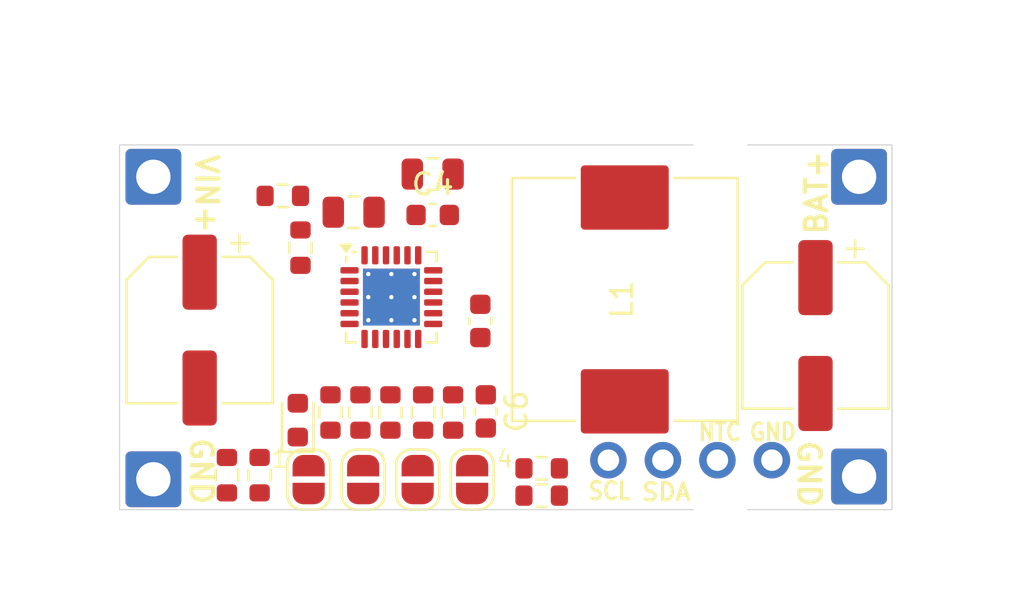
<source format=kicad_pcb>
(kicad_pcb (version 20241229) (generator "pcbnew") (generator_version "9.0")
  (layers (0 "F.Cu" signal) (2 "B.Cu" signal) (13 "F.Paste" user) (15 "B.Paste" user) (5 "F.SilkS" user "F.Silkscreen") (7 "B.SilkS" user "B.Silkscreen") (1 "F.Mask" user) (3 "B.Mask" user) (25 "Edge.Cuts" user))
  (net 0 "")
  (net 1 "/vin")
  (net 2 "GND")
  (net 3 "Net-(C3-Pad2)")
  (net 4 "Net-(U1-BST)")
  (net 5 "Net-(C4-Pad1)")
  (net 6 "/vbat")
  (net 7 "Net-(D1-A)")
  (net 8 "Net-(JP1-A)")
  (net 9 "Net-(JP1-B)")
  (net 10 "Net-(JP2-B)")
  (net 11 "Net-(JP3-B)")
  (net 12 "Net-(JP4-B)")
  (net 13 "Net-(U1-LED)")
  (net 14 "Net-(U1-IADP)")
  (net 15 "Net-(U1-ICHG)")
  (net 16 "Net-(U1-VINSEN)")
  (net 17 "/sda")
  (net 18 "Net-(U1-NC-Pad5)")
  (net 19 "/scl")
  (net 20 "/sdl")
  (net 21 "/ntc")
  (footprint "Resistor_SMD:R_0603_1608Metric" (layer "F.Cu") (at 143.002 100.394 -90)
    (property "Reference" "RICHG1" (hide yes))
    (property "Value" "75k")
    (fp_line (start -0.237258 0.5225) (end 0.237258 0.5225) (stroke (width 0.12)) (layer "F.SilkS"))
    (fp_line (start -0.237258 -0.5225) (end 0.237258 -0.5225) (stroke (width 0.12)) (layer "F.SilkS"))
    (pad "1" smd roundrect (at -0.825 0 270) (size 0.8 0.95) (layers "F.Cu" "F.Mask" "F.Paste") (net 15 "Net-(U1-ICHG)"))
    (pad "2" smd roundrect (at 0.825 0 270) (size 0.8 0.95) (layers "F.Cu" "F.Mask" "F.Paste") (net 2 "GND"))
  )
  (footprint "Connector_Wire:SolderWire-0.75sqmm_1x01_D1.25mm_OD2.3mm" (layer "F.Cu") (at 139.573 86.487)
    (property "Reference" "J1" (hide yes))
    (property "Value" "~")
    (pad "1" thru_hole roundrect (at 0 0) (size 2.6 2.6) (drill 1.6) (layers "*.Cu" "*.Mask") (roundrect_rratio 0.096154) (net 1 "/vin"))
  )
  (footprint "Capacitor_SMD:CP_Elec_6.3x7.7" (layer "F.Cu") (at 170.434 93.886 -90)
    (property "Reference" "C7" (hide yes))
    (property "Value" "100u/25V")
    (fp_line (start -2.345563 3.41) (end 3.41 3.41) (stroke (width 0.12)) (layer "F.SilkS"))
    (fp_line (start 3.41 3.41) (end 3.41 1.06) (stroke (width 0.12)) (layer "F.SilkS"))
    (fp_line (start -3.41 2.345563) (end -2.345563 3.41) (stroke (width 0.12)) (layer "F.SilkS"))
    (fp_line (start -3.41 2.345563) (end -3.41 1.06) (stroke (width 0.12)) (layer "F.SilkS"))
    (fp_line (start -4.4375 -1.8475) (end -3.65 -1.8475) (stroke (width 0.12)) (layer "F.SilkS"))
    (fp_line (start -4.04375 -2.24125) (end -4.04375 -1.45375) (stroke (width 0.12)) (layer "F.SilkS"))
    (fp_line (start -3.41 -2.345563) (end -3.41 -1.06) (stroke (width 0.12)) (layer "F.SilkS"))
    (fp_line (start -3.41 -2.345563) (end -2.345563 -3.41) (stroke (width 0.12)) (layer "F.SilkS"))
    (fp_line (start -2.345563 -3.41) (end 3.41 -3.41) (stroke (width 0.12)) (layer "F.SilkS"))
    (fp_line (start 3.41 -3.41) (end 3.41 -1.06) (stroke (width 0.12)) (layer "F.SilkS"))
    (pad "1" smd roundrect (at -2.7 0 270) (size 3.5 1.6) (layers "F.Cu" "F.Mask" "F.Paste") (roundrect_rratio 0.15625) (net 6 "/vbat"))
    (pad "2" smd roundrect (at 2.7 0 270) (size 3.5 1.6) (layers "F.Cu" "F.Mask" "F.Paste") (roundrect_rratio 0.15625) (net 2 "GND"))
  )
  (footprint "Capacitor_SMD:CP_Elec_6.3x7.7" (layer "F.Cu") (at 141.732 93.632 -90)
    (property "Reference" "C2" (hide yes))
    (property "Value" "47u/35V")
    (fp_line (start -2.345563 3.41) (end 3.41 3.41) (stroke (width 0.12)) (layer "F.SilkS"))
    (fp_line (start 3.41 3.41) (end 3.41 1.06) (stroke (width 0.12)) (layer "F.SilkS"))
    (fp_line (start -3.41 2.345563) (end -2.345563 3.41) (stroke (width 0.12)) (layer "F.SilkS"))
    (fp_line (start -3.41 2.345563) (end -3.41 1.06) (stroke (width 0.12)) (layer "F.SilkS"))
    (fp_line (start -4.4375 -1.8475) (end -3.65 -1.8475) (stroke (width 0.12)) (layer "F.SilkS"))
    (fp_line (start -4.04375 -2.24125) (end -4.04375 -1.45375) (stroke (width 0.12)) (layer "F.SilkS"))
    (fp_line (start -3.41 -2.345563) (end -3.41 -1.06) (stroke (width 0.12)) (layer "F.SilkS"))
    (fp_line (start -3.41 -2.345563) (end -2.345563 -3.41) (stroke (width 0.12)) (layer "F.SilkS"))
    (fp_line (start -2.345563 -3.41) (end 3.41 -3.41) (stroke (width 0.12)) (layer "F.SilkS"))
    (fp_line (start 3.41 -3.41) (end 3.41 -1.06) (stroke (width 0.12)) (layer "F.SilkS"))
    (pad "1" smd roundrect (at -2.7 0 270) (size 3.5 1.6) (layers "F.Cu" "F.Mask" "F.Paste") (roundrect_rratio 0.15625) (net 1 "/vin"))
    (pad "2" smd roundrect (at 2.7 0 270) (size 3.5 1.6) (layers "F.Cu" "F.Mask" "F.Paste") (roundrect_rratio 0.15625) (net 2 "GND"))
  )
  (footprint "Connector_Wire:SolderWire-0.75sqmm_1x01_D1.25mm_OD2.3mm" (layer "F.Cu") (at 172.466 100.457)
    (property "Reference" "J4" (hide yes))
    (property "Value" "~")
    (pad "1" thru_hole roundrect (at 0 0) (size 2.6 2.6) (drill 1.6) (layers "*.Cu" "*.Mask") (roundrect_rratio 0.096154) (net 2 "GND"))
  )
  (footprint "MountingHole:MountingHole_2.5mm" (layer "F.Cu") (at 166 102)
    (property "Reference" "H2" (hide yes))
    (property "Value" "MountingHole" (hide yes))
    (pad "" np_thru_hole circle (at 0 0) (size 2.5 2.5) (drill 2.5) (layers "*.Cu" "*.Mask"))
  )
  (footprint "Package_DFN_QFN:QFN-24-1EP_4x4mm_P0.5mm_EP2.65x2.65mm_ThermalVias" (layer "F.Cu") (at 150.667 92.095)
    (property "Reference" "U1" (hide yes))
    (property "Value" "IP2365")
    (fp_line (start -2.11 -1.66) (end -2.11 -1.87) (stroke (width 0.12)) (layer "F.SilkS"))
    (fp_line (start -2.11 2.11) (end -2.11 1.66) (stroke (width 0.12)) (layer "F.SilkS"))
    (fp_line (start -1.66 -2.11) (end -1.81 -2.11) (stroke (width 0.12)) (layer "F.SilkS"))
    (fp_line (start -1.66 2.11) (end -2.11 2.11) (stroke (width 0.12)) (layer "F.SilkS"))
    (fp_line (start 1.66 -2.11) (end 2.11 -2.11) (stroke (width 0.12)) (layer "F.SilkS"))
    (fp_line (start 1.66 2.11) (end 2.11 2.11) (stroke (width 0.12)) (layer "F.SilkS"))
    (fp_line (start 2.11 -2.11) (end 2.11 -1.66) (stroke (width 0.12)) (layer "F.SilkS"))
    (fp_line (start 2.11 2.11) (end 2.11 1.66) (stroke (width 0.12)) (layer "F.SilkS"))
    (fp_poly (pts (xy -2.11 -2.11) (xy -2.35 -2.44) (xy -1.87 -2.44)) (stroke (width 0.12)) (fill yes) (layer "F.SilkS"))
    (pad "1" smd roundrect (at -1.95 -1.25) (size 0.85 0.3) (layers "F.Cu" "F.Mask" "F.Paste") (net 16 "Net-(U1-VINSEN)"))
    (pad "2" smd roundrect (at -1.95 -0.75) (size 0.85 0.3) (layers "F.Cu" "F.Mask" "F.Paste") (net 2 "GND"))
    (pad "3" smd roundrect (at -1.95 -0.25) (size 0.85 0.3) (layers "F.Cu" "F.Mask" "F.Paste") (net 15 "Net-(U1-ICHG)"))
    (pad "4" smd roundrect (at -1.95 0.25) (size 0.85 0.3) (layers "F.Cu" "F.Mask" "F.Paste") (net 14 "Net-(U1-IADP)"))
    (pad "5" smd roundrect (at -1.95 0.75) (size 0.85 0.3) (layers "F.Cu" "F.Mask" "F.Paste") (net 18 "Net-(U1-NC-Pad5)"))
    (pad "6" smd roundrect (at -1.95 1.25) (size 0.85 0.3) (layers "F.Cu" "F.Mask" "F.Paste") (net 18 "Net-(U1-NC-Pad5)"))
    (pad "7" smd roundrect (at -1.25 1.95) (size 0.3 0.85) (layers "F.Cu" "F.Mask" "F.Paste") (net 19 "/scl"))
    (pad "8" smd roundrect (at -0.75 1.95) (size 0.3 0.85) (layers "F.Cu" "F.Mask" "F.Paste") (net 13 "Net-(U1-LED)"))
    (pad "9" smd roundrect (at -0.25 1.95) (size 0.3 0.85) (layers "F.Cu" "F.Mask" "F.Paste") (net 17 "/sda"))
    (pad "10" smd roundrect (at 0.25 1.95) (size 0.3 0.85) (layers "F.Cu" "F.Mask" "F.Paste") (net 21 "/ntc"))
    (pad "11" smd roundrect (at 0.75 1.95) (size 0.3 0.85) (layers "F.Cu" "F.Mask" "F.Paste") (net 2 "GND"))
    (pad "12" smd roundrect (at 1.25 1.95) (size 0.3 0.85) (layers "F.Cu" "F.Mask" "F.Paste") (net 8 "Net-(JP1-A)"))
    (pad "13" smd roundrect (at 1.95 1.25) (size 0.85 0.3) (layers "F.Cu" "F.Mask" "F.Paste") (net 6 "/vbat"))
    (pad "14" smd roundrect (at 1.95 0.75) (size 0.85 0.3) (layers "F.Cu" "F.Mask" "F.Paste") (net 4 "Net-(U1-BST)"))
    (pad "15" smd roundrect (at 1.95 0.25) (size 0.85 0.3) (layers "F.Cu" "F.Mask" "F.Paste") (net 3 "Net-(C3-Pad2)"))
    (pad "16" smd roundrect (at 1.95 -0.25) (size 0.85 0.3) (layers "F.Cu" "F.Mask" "F.Paste") (net 3 "Net-(C3-Pad2)"))
    (pad "17" smd roundrect (at 1.95 -0.75) (size 0.85 0.3) (layers "F.Cu" "F.Mask" "F.Paste") (net 2 "GND"))
    (pad "18" smd roundrect (at 1.95 -1.25) (size 0.85 0.3) (layers "F.Cu" "F.Mask" "F.Paste") (net 2 "GND"))
    (pad "19" smd roundrect (at 1.25 -1.95) (size 0.3 0.85) (layers "F.Cu" "F.Mask" "F.Paste") (net 5 "Net-(C4-Pad1)"))
    (pad "20" smd roundrect (at 0.75 -1.95) (size 0.3 0.85) (layers "F.Cu" "F.Mask" "F.Paste") (net 5 "Net-(C4-Pad1)"))
    (pad "21" smd roundrect (at 0.25 -1.95) (size 0.3 0.85) (layers "F.Cu" "F.Mask" "F.Paste") (net 5 "Net-(C4-Pad1)"))
    (pad "22" smd roundrect (at -0.25 -1.95) (size 0.3 0.85) (layers "F.Cu" "F.Mask" "F.Paste") (net 1 "/vin"))
    (pad "23" smd roundrect (at -0.75 -1.95) (size 0.3 0.85) (layers "F.Cu" "F.Mask" "F.Paste") (net 1 "/vin"))
    (pad "24" smd roundrect (at -1.25 -1.95) (size 0.3 0.85) (layers "F.Cu" "F.Mask" "F.Paste") (net 1 "/vin"))
    (pad "25" thru_hole circle (at -1.075 -1.075) (size 0.5 0.5) (drill 0.2) (property pad_prop_heatsink) (layers "*.Cu") (net 2 "GND"))
    (pad "25" thru_hole circle (at -1.075 0) (size 0.5 0.5) (drill 0.2) (property pad_prop_heatsink) (layers "*.Cu") (net 2 "GND"))
    (pad "25" thru_hole circle (at -1.075 1.075) (size 0.5 0.5) (drill 0.2) (property pad_prop_heatsink) (layers "*.Cu") (net 2 "GND"))
    (pad "25" thru_hole circle (at 0 -1.075) (size 0.5 0.5) (drill 0.2) (property pad_prop_heatsink) (layers "*.Cu") (net 2 "GND"))
    (pad "25" thru_hole circle (at 0 0) (size 0.5 0.5) (drill 0.2) (property pad_prop_heatsink) (layers "*.Cu") (net 2 "GND"))
    (pad "25" smd rect (at 0 0) (size 2.65 2.65) (property pad_prop_heatsink) (layers "F.Cu" "F.Mask") (net 2 "GND"))
    (pad "25" smd rect (at 0 0) (size 2.65 2.65) (property pad_prop_heatsink) (layers "B.Cu") (net 2 "GND"))
    (pad "25" thru_hole circle (at 0 1.075) (size 0.5 0.5) (drill 0.2) (property pad_prop_heatsink) (layers "*.Cu") (net 2 "GND"))
    (pad "25" thru_hole circle (at 1.075 -1.075) (size 0.5 0.5) (drill 0.2) (property pad_prop_heatsink) (layers "*.Cu") (net 2 "GND"))
    (pad "25" thru_hole circle (at 1.075 0) (size 0.5 0.5) (drill 0.2) (property pad_prop_heatsink) (layers "*.Cu") (net 2 "GND"))
    (pad "25" thru_hole circle (at 1.075 1.075) (size 0.5 0.5) (drill 0.2) (property pad_prop_heatsink) (layers "*.Cu") (net 2 "GND"))
  )
  (footprint "Resistor_SMD:R_0603_1608Metric" (layer "F.Cu") (at 152.146 97.473 90)
    (property "Reference" "RFB2_3" (hide yes))
    (property "Value" "500k")
    (fp_line (start -0.237258 -0.5225) (end 0.237258 -0.5225) (stroke (width 0.12)) (layer "F.SilkS"))
    (fp_line (start -0.237258 0.5225) (end 0.237258 0.5225) (stroke (width 0.12)) (layer "F.SilkS"))
    (pad "1" smd roundrect (at -0.825 0 90) (size 0.8 0.95) (layers "F.Cu" "F.Mask" "F.Paste") (net 11 "Net-(JP3-B)"))
    (pad "2" smd roundrect (at 0.825 0 90) (size 0.8 0.95) (layers "F.Cu" "F.Mask" "F.Paste") (net 6 "/vbat"))
  )
  (footprint "Capacitor_SMD:C_0805_2012Metric" (layer "F.Cu") (at 148.91 88.138 180)
    (property "Reference" "C1" (hide yes))
    (property "Value" "10n")
    (fp_line (start -0.261252 0.735) (end 0.261252 0.735) (stroke (width 0.12)) (layer "F.SilkS"))
    (fp_line (start -0.261252 -0.735) (end 0.261252 -0.735) (stroke (width 0.12)) (layer "F.SilkS"))
    (pad "1" smd roundrect (at -0.95 0 180) (size 1 1.45) (layers "F.Cu" "F.Mask" "F.Paste") (net 1 "/vin"))
    (pad "2" smd roundrect (at 0.95 0 180) (size 1 1.45) (layers "F.Cu" "F.Mask" "F.Paste") (net 2 "GND"))
  )
  (footprint "Resistor_SMD:R_0603_1608Metric" (layer "F.Cu") (at 147.828 97.472 90)
    (property "Reference" "R2" (hide yes))
    (property "Value" "1k")
    (fp_line (start -0.237258 -0.5225) (end 0.237258 -0.5225) (stroke (width 0.12)) (layer "F.SilkS"))
    (fp_line (start -0.237258 0.5225) (end 0.237258 0.5225) (stroke (width 0.12)) (layer "F.SilkS"))
    (pad "1" smd roundrect (at -0.825 0 90) (size 0.8 0.95) (layers "F.Cu" "F.Mask" "F.Paste") (net 13 "Net-(U1-LED)"))
    (pad "2" smd roundrect (at 0.825 0 90) (size 0.8 0.95) (layers "F.Cu" "F.Mask" "F.Paste") (net 7 "Net-(D1-A)"))
  )
  (footprint "Resistor_SMD:R_0603_1608Metric" (layer "F.Cu") (at 157.671 101.346 180)
    (property "Reference" "R1" (hide yes))
    (property "Value" "82k")
    (fp_line (start -0.237258 0.5225) (end 0.237258 0.5225) (stroke (width 0.12)) (layer "F.SilkS"))
    (fp_line (start -0.237258 -0.5225) (end 0.237258 -0.5225) (stroke (width 0.12)) (layer "F.SilkS"))
    (pad "1" smd roundrect (at -0.825 0 180) (size 0.8 0.95) (layers "F.Cu" "F.Mask" "F.Paste") (net 21 "/ntc"))
    (pad "2" smd roundrect (at 0.825 0 180) (size 0.8 0.95) (layers "F.Cu" "F.Mask" "F.Paste") (net 2 "GND"))
  )
  (footprint "Jumper:SolderJumper-2_P1.3mm_Open_RoundedPad1.0x1.5mm" (layer "F.Cu") (at 154.432 100.599 90)
    (property "Reference" "JP4" (hide yes))
    (property "Value" "4S")
    (fp_line (start -0.7 -1) (end 0.7 -1) (stroke (width 0.12)) (layer "F.SilkS"))
    (fp_line (start 1.4 -0.3) (end 1.4 0.3) (stroke (width 0.12)) (layer "F.SilkS"))
    (fp_line (start -1.4 0.3) (end -1.4 -0.3) (stroke (width 0.12)) (layer "F.SilkS"))
    (fp_line (start 0.7 1) (end -0.7 1) (stroke (width 0.12)) (layer "F.SilkS"))
    (fp_arc (start 0.7 -1) (mid 1.194975 -0.794975) (end 1.4 -0.3) (stroke (width 0.12)) (layer "F.SilkS"))
    (fp_arc (start -1.4 -0.3) (mid -1.194975 -0.794975) (end -0.7 -1) (stroke (width 0.12)) (layer "F.SilkS"))
    (fp_arc (start 1.4 0.3) (mid 1.194975 0.794975) (end 0.7 1) (stroke (width 0.12)) (layer "F.SilkS"))
    (fp_arc (start -0.7 1) (mid -1.194975 0.794975) (end -1.4 0.3) (stroke (width 0.12)) (layer "F.SilkS"))
    (pad "1" smd custom (at -0.65 0 90) (size 1 0.5) (layers "F.Cu" "F.Mask") (net 8 "Net-(JP1-A)") (options (clearance outline) (anchor rect)) (primitives (gr_circle (center 0 0.25) (end 0.5 0.25) (width 0) (fill yes)) (gr_circle (center 0 -0.25) (end 0.5 -0.25) (width 0) (fill yes)) (gr_poly (pts (xy 0.5 0.75) (xy 0 0.75) (xy 0 -0.75) (xy 0.5 -0.75)) (width 0) (fill yes))))
    (pad "2" smd custom (at 0.65 0 90) (size 1 0.5) (layers "F.Cu" "F.Mask") (net 12 "Net-(JP4-B)") (options (clearance outline) (anchor rect)) (primitives (gr_circle (center 0 0.25) (end 0.5 0.25) (width 0) (fill yes)) (gr_circle (center 0 -0.25) (end 0.5 -0.25) (width 0) (fill yes)) (gr_poly (pts (xy 0 0.75) (xy -0.5 0.75) (xy -0.5 -0.75) (xy 0 -0.75)) (width 0) (fill yes))))
  )
  (footprint "Resistor_SMD:R_0603_1608Metric" (layer "F.Cu") (at 144.526 100.393 -90)
    (property "Reference" "RIADP1" (hide yes))
    (property "Value" "75k")
    (fp_line (start -0.237258 0.5225) (end 0.237258 0.5225) (stroke (width 0.12)) (layer "F.SilkS"))
    (fp_line (start -0.237258 -0.5225) (end 0.237258 -0.5225) (stroke (width 0.12)) (layer "F.SilkS"))
    (pad "1" smd roundrect (at -0.825 0 270) (size 0.8 0.95) (layers "F.Cu" "F.Mask" "F.Paste") (net 14 "Net-(U1-IADP)"))
    (pad "2" smd roundrect (at 0.825 0 270) (size 0.8 0.95) (layers "F.Cu" "F.Mask" "F.Paste") (net 2 "GND"))
  )
  (footprint "Resistor_SMD:R_0603_1608Metric" (layer "F.Cu") (at 157.671 100.076)
    (property "Reference" "RFB1" (hide yes))
    (property "Value" "100k")
    (fp_line (start -0.237258 -0.5225) (end 0.237258 -0.5225) (stroke (width 0.12)) (layer "F.SilkS"))
    (fp_line (start -0.237258 0.5225) (end 0.237258 0.5225) (stroke (width 0.12)) (layer "F.SilkS"))
    (pad "1" smd roundrect (at -0.825 0) (size 0.8 0.95) (layers "F.Cu" "F.Mask" "F.Paste") (net 8 "Net-(JP1-A)"))
    (pad "2" smd roundrect (at 0.825 0) (size 0.8 0.95) (layers "F.Cu" "F.Mask" "F.Paste") (net 2 "GND"))
  )
  (footprint "MountingHole:MountingHole_2.5mm" (layer "F.Cu") (at 166 85)
    (property "Reference" "H1" (hide yes))
    (property "Value" "MountingHole" (hide yes))
    (pad "" np_thru_hole circle (at 0 0) (size 2.5 2.5) (drill 2.5) (layers "*.Cu" "*.Mask"))
  )
  (footprint "Inductor_SMD:L_APV_APH1040" (layer "F.Cu") (at 161.544 92.202 90)
    (property "Reference" "L1" (at 0 -0.127 90) (layer "F.SilkS"))
    (property "Value" "10u")
    (fp_line (start 5.66 -5.26) (end 5.66 -2.31) (stroke (width 0.12)) (layer "F.SilkS"))
    (fp_line (start -5.66 -5.26) (end 5.66 -5.26) (stroke (width 0.12)) (layer "F.SilkS"))
    (fp_line (start -5.66 -5.26) (end -5.66 -2.31) (stroke (width 0.12)) (layer "F.SilkS"))
    (fp_line (start 5.66 5.26) (end 5.66 2.31) (stroke (width 0.12)) (layer "F.SilkS"))
    (fp_line (start -5.66 5.26) (end -5.66 2.31) (stroke (width 0.12)) (layer "F.SilkS"))
    (fp_line (start -5.66 5.26) (end 5.66 5.26) (stroke (width 0.12)) (layer "F.SilkS"))
    (pad "1" smd roundrect (at -4.75 0 90) (size 3 4.1) (layers "F.Cu" "F.Mask" "F.Paste") (roundrect_rratio 0.060976) (net 3 "Net-(C3-Pad2)"))
    (pad "2" smd roundrect (at 4.75 0 90) (size 3 4.1) (layers "F.Cu" "F.Mask" "F.Paste") (roundrect_rratio 0.060976) (net 6 "/vbat"))
  )
  (footprint "Connector_Wire:SolderWire-0.75sqmm_1x01_D1.25mm_OD2.3mm" (layer "F.Cu") (at 172.466 86.487)
    (property "Reference" "J3" (hide yes))
    (property "Value" "~")
    (pad "1" thru_hole roundrect (at 0 0) (size 2.6 2.6) (drill 1.6) (layers "*.Cu" "*.Mask") (roundrect_rratio 0.096154) (net 6 "/vbat"))
  )
  (footprint "Resistor_SMD:R_0603_1608Metric" (layer "F.Cu") (at 153.543 97.473 90)
    (property "Reference" "RFB2_4" (hide yes))
    (property "Value" "700k")
    (fp_line (start -0.237258 -0.5225) (end 0.237258 -0.5225) (stroke (width 0.12)) (layer "F.SilkS"))
    (fp_line (start -0.237258 0.5225) (end 0.237258 0.5225) (stroke (width 0.12)) (layer "F.SilkS"))
    (pad "1" smd roundrect (at -0.825 0 90) (size 0.8 0.95) (layers "F.Cu" "F.Mask" "F.Paste") (net 12 "Net-(JP4-B)"))
    (pad "2" smd roundrect (at 0.825 0 90) (size 0.8 0.95) (layers "F.Cu" "F.Mask" "F.Paste") (net 6 "/vbat"))
  )
  (footprint "Resistor_SMD:R_0603_1608Metric" (layer "F.Cu") (at 150.622 97.472 90)
    (property "Reference" "RFB2_2" (hide yes))
    (property "Value" "300k")
    (fp_line (start -0.237258 -0.5225) (end 0.237258 -0.5225) (stroke (width 0.12)) (layer "F.SilkS"))
    (fp_line (start -0.237258 0.5225) (end 0.237258 0.5225) (stroke (width 0.12)) (layer "F.SilkS"))
    (pad "1" smd roundrect (at -0.825 0 90) (size 0.8 0.95) (layers "F.Cu" "F.Mask" "F.Paste") (net 10 "Net-(JP2-B)"))
    (pad "2" smd roundrect (at 0.825 0 90) (size 0.8 0.95) (layers "F.Cu" "F.Mask" "F.Paste") (net 6 "/vbat"))
  )
  (footprint "Jumper:SolderJumper-2_P1.3mm_Open_RoundedPad1.0x1.5mm" (layer "F.Cu") (at 151.892 100.599 90)
    (property "Reference" "JP3" (hide yes))
    (property "Value" "3S")
    (fp_line (start -0.7 -1) (end 0.7 -1) (stroke (width 0.12)) (layer "F.SilkS"))
    (fp_line (start 1.4 -0.3) (end 1.4 0.3) (stroke (width 0.12)) (layer "F.SilkS"))
    (fp_line (start -1.4 0.3) (end -1.4 -0.3) (stroke (width 0.12)) (layer "F.SilkS"))
    (fp_line (start 0.7 1) (end -0.7 1) (stroke (width 0.12)) (layer "F.SilkS"))
    (fp_arc (start 0.7 -1) (mid 1.194975 -0.794975) (end 1.4 -0.3) (stroke (width 0.12)) (layer "F.SilkS"))
    (fp_arc (start -1.4 -0.3) (mid -1.194975 -0.794975) (end -0.7 -1) (stroke (width 0.12)) (layer "F.SilkS"))
    (fp_arc (start 1.4 0.3) (mid 1.194975 0.794975) (end 0.7 1) (stroke (width 0.12)) (layer "F.SilkS"))
    (fp_arc (start -0.7 1) (mid -1.194975 0.794975) (end -1.4 0.3) (stroke (width 0.12)) (layer "F.SilkS"))
    (pad "1" smd custom (at -0.65 0 90) (size 1 0.5) (layers "F.Cu" "F.Mask") (net 8 "Net-(JP1-A)") (options (clearance outline) (anchor rect)) (primitives (gr_circle (center 0 0.25) (end 0.5 0.25) (width 0) (fill yes)) (gr_circle (center 0 -0.25) (end 0.5 -0.25) (width 0) (fill yes)) (gr_poly (pts (xy 0.5 0.75) (xy 0 0.75) (xy 0 -0.75) (xy 0.5 -0.75)) (width 0) (fill yes))))
    (pad "2" smd custom (at 0.65 0 90) (size 1 0.5) (layers "F.Cu" "F.Mask") (net 11 "Net-(JP3-B)") (options (clearance outline) (anchor rect)) (primitives (gr_circle (center 0 0.25) (end 0.5 0.25) (width 0) (fill yes)) (gr_circle (center 0 -0.25) (end 0.5 -0.25) (width 0) (fill yes)) (gr_poly (pts (xy 0 0.75) (xy -0.5 0.75) (xy -0.5 -0.75) (xy 0 -0.75)) (width 0) (fill yes))))
  )
  (footprint "Connector_Wire:SolderWire-0.75sqmm_1x01_D1.25mm_OD2.3mm" (layer "F.Cu") (at 139.573 100.584)
    (property "Reference" "J2" (hide yes))
    (property "Value" "~")
    (pad "1" thru_hole roundrect (at 0 0) (size 2.6 2.6) (drill 1.6) (layers "*.Cu" "*.Mask") (roundrect_rratio 0.096154) (net 2 "GND"))
  )
  (footprint "Resistor_SMD:R_0603_1608Metric" (layer "F.Cu") (at 149.225 97.473 90)
    (property "Reference" "RFB2_1" (hide yes))
    (property "Value" "100k")
    (fp_line (start -0.237258 -0.5225) (end 0.237258 -0.5225) (stroke (width 0.12)) (layer "F.SilkS"))
    (fp_line (start -0.237258 0.5225) (end 0.237258 0.5225) (stroke (width 0.12)) (layer "F.SilkS"))
    (pad "1" smd roundrect (at -0.825 0 90) (size 0.8 0.95) (layers "F.Cu" "F.Mask" "F.Paste") (net 9 "Net-(JP1-B)"))
    (pad "2" smd roundrect (at 0.825 0 90) (size 0.8 0.95) (layers "F.Cu" "F.Mask" "F.Paste") (net 6 "/vbat"))
  )
  (footprint "Capacitor_SMD:C_0603_1608Metric" (layer "F.Cu") (at 155.067 97.422 -90)
    (property "Reference" "C6" (at 0 -1.43 90) (layer "F.SilkS"))
    (property "Value" "10n")
    (fp_line (start -0.14058 0.51) (end 0.14058 0.51) (stroke (width 0.12)) (layer "F.SilkS"))
    (fp_line (start -0.14058 -0.51) (end 0.14058 -0.51) (stroke (width 0.12)) (layer "F.SilkS"))
    (pad "1" smd roundrect (at -0.775 0 270) (size 0.9 0.95) (layers "F.Cu" "F.Mask" "F.Paste") (net 6 "/vbat"))
    (pad "2" smd roundrect (at 0.775 0 270) (size 0.9 0.95) (layers "F.Cu" "F.Mask" "F.Paste") (net 2 "GND"))
  )
  (footprint "Resistor_SMD:R_0603_1608Metric" (layer "F.Cu") (at 146.431 89.789 90)
    (property "Reference" "RVS1" (hide yes))
    (property "Value" "100k")
    (fp_line (start -0.237258 -0.5225) (end 0.237258 -0.5225) (stroke (width 0.12)) (layer "F.SilkS"))
    (fp_line (start -0.237258 0.5225) (end 0.237258 0.5225) (stroke (width 0.12)) (layer "F.SilkS"))
    (pad "1" smd roundrect (at -0.825 0 90) (size 0.8 0.95) (layers "F.Cu" "F.Mask" "F.Paste") (net 16 "Net-(U1-VINSEN)"))
    (pad "2" smd roundrect (at 0.825 0 90) (size 0.8 0.95) (layers "F.Cu" "F.Mask" "F.Paste") (net 2 "GND"))
  )
  (footprint "LED_SMD:LED_0603_1608Metric" (layer "F.Cu") (at 146.304 97.8295 90)
    (property "Reference" "D1" (hide yes))
    (property "Value" "LED")
    (fp_line (start 0.8 -0.735) (end -1.485 -0.735) (stroke (width 0.12)) (layer "F.SilkS"))
    (fp_line (start -1.485 -0.735) (end -1.485 0.735) (stroke (width 0.12)) (layer "F.SilkS"))
    (fp_line (start -1.485 0.735) (end 0.8 0.735) (stroke (width 0.12)) (layer "F.SilkS"))
    (pad "1" smd roundrect (at -0.7875 0 90) (size 0.875 0.95) (layers "F.Cu" "F.Mask" "F.Paste") (net 2 "GND"))
    (pad "2" smd roundrect (at 0.7875 0 90) (size 0.875 0.95) (layers "F.Cu" "F.Mask" "F.Paste") (net 7 "Net-(D1-A)"))
  )
  (footprint "Capacitor_SMD:C_0603_1608Metric" (layer "F.Cu") (at 152.593 88.265)
    (property "Reference" "C4" (at 0 -1.43 0) (layer "F.SilkS"))
    (property "Value" "10n")
    (fp_line (start -0.14058 -0.51) (end 0.14058 -0.51) (stroke (width 0.12)) (layer "F.SilkS"))
    (fp_line (start -0.14058 0.51) (end 0.14058 0.51) (stroke (width 0.12)) (layer "F.SilkS"))
    (pad "1" smd roundrect (at -0.775 0) (size 0.9 0.95) (layers "F.Cu" "F.Mask" "F.Paste") (net 5 "Net-(C4-Pad1)"))
    (pad "2" smd roundrect (at 0.775 0) (size 0.9 0.95) (layers "F.Cu" "F.Mask" "F.Paste") (net 2 "GND"))
  )
  (footprint "Capacitor_SMD:C_0603_1608Metric" (layer "F.Cu") (at 154.813 93.205 90)
    (property "Reference" "C3" (hide yes))
    (property "Value" "10n")
    (fp_line (start -0.14058 -0.51) (end 0.14058 -0.51) (stroke (width 0.12)) (layer "F.SilkS"))
    (fp_line (start -0.14058 0.51) (end 0.14058 0.51) (stroke (width 0.12)) (layer "F.SilkS"))
    (pad "1" smd roundrect (at -0.775 0 90) (size 0.9 0.95) (layers "F.Cu" "F.Mask" "F.Paste") (net 4 "Net-(U1-BST)"))
    (pad "2" smd roundrect (at 0.775 0 90) (size 0.9 0.95) (layers "F.Cu" "F.Mask" "F.Paste") (net 3 "Net-(C3-Pad2)"))
  )
  (footprint "Jumper:SolderJumper-2_P1.3mm_Open_RoundedPad1.0x1.5mm" (layer "F.Cu") (at 146.812 100.599 90)
    (property "Reference" "JP1" (hide yes))
    (property "Value" "1S")
    (fp_line (start -0.7 -1) (end 0.7 -1) (stroke (width 0.12)) (layer "F.SilkS"))
    (fp_line (start 1.4 -0.3) (end 1.4 0.3) (stroke (width 0.12)) (layer "F.SilkS"))
    (fp_line (start -1.4 0.3) (end -1.4 -0.3) (stroke (width 0.12)) (layer "F.SilkS"))
    (fp_line (start 0.7 1) (end -0.7 1) (stroke (width 0.12)) (layer "F.SilkS"))
    (fp_arc (start 0.7 -1) (mid 1.194975 -0.794975) (end 1.4 -0.3) (stroke (width 0.12)) (layer "F.SilkS"))
    (fp_arc (start -1.4 -0.3) (mid -1.194975 -0.794975) (end -0.7 -1) (stroke (width 0.12)) (layer "F.SilkS"))
    (fp_arc (start 1.4 0.3) (mid 1.194975 0.794975) (end 0.7 1) (stroke (width 0.12)) (layer "F.SilkS"))
    (fp_arc (start -0.7 1) (mid -1.194975 0.794975) (end -1.4 0.3) (stroke (width 0.12)) (layer "F.SilkS"))
    (pad "1" smd custom (at -0.65 0 90) (size 1 0.5) (layers "F.Cu" "F.Mask") (net 8 "Net-(JP1-A)") (options (clearance outline) (anchor rect)) (primitives (gr_circle (center 0 0.25) (end 0.5 0.25) (width 0) (fill yes)) (gr_circle (center 0 -0.25) (end 0.5 -0.25) (width 0) (fill yes)) (gr_poly (pts (xy 0.5 0.75) (xy 0 0.75) (xy 0 -0.75) (xy 0.5 -0.75)) (width 0) (fill yes))))
    (pad "2" smd custom (at 0.65 0 90) (size 1 0.5) (layers "F.Cu" "F.Mask") (net 9 "Net-(JP1-B)") (options (clearance outline) (anchor rect)) (primitives (gr_circle (center 0 0.25) (end 0.5 0.25) (width 0) (fill yes)) (gr_circle (center 0 -0.25) (end 0.5 -0.25) (width 0) (fill yes)) (gr_poly (pts (xy 0 0.75) (xy -0.5 0.75) (xy -0.5 -0.75) (xy 0 -0.75)) (width 0) (fill yes))))
  )
  (footprint "Resistor_SMD:R_0603_1608Metric" (layer "F.Cu") (at 145.606 87.376 180)
    (property "Reference" "RVS2" (hide yes))
    (property "Value" "300k")
    (fp_line (start -0.237258 0.5225) (end 0.237258 0.5225) (stroke (width 0.12)) (layer "F.SilkS"))
    (fp_line (start -0.237258 -0.5225) (end 0.237258 -0.5225) (stroke (width 0.12)) (layer "F.SilkS"))
    (pad "1" smd roundrect (at -0.825 0 180) (size 0.8 0.95) (layers "F.Cu" "F.Mask" "F.Paste") (net 1 "/vin"))
    (pad "2" smd roundrect (at 0.825 0 180) (size 0.8 0.95) (layers "F.Cu" "F.Mask" "F.Paste") (net 16 "Net-(U1-VINSEN)"))
  )
  (footprint "Connector_PinHeader_2.54mm:PinHeader_1x04_P2.54mm_Vertical" (layer "F.Cu") (at 160.782 99.695 90)
    (property "Reference" "J5" (hide yes))
    (property "Value" "~")
    (pad "1" thru_hole circle (at 0 0 90) (size 1.7 1.7) (drill 1) (layers "*.Cu" "*.Mask") (net 20 "/sdl"))
    (pad "2" thru_hole circle (at 0 2.54 90) (size 1.7 1.7) (drill 1) (layers "*.Cu" "*.Mask") (net 17 "/sda"))
    (pad "3" thru_hole circle (at 0 5.08 90) (size 1.7 1.7) (drill 1) (layers "*.Cu" "*.Mask") (net 21 "/ntc"))
    (pad "4" thru_hole circle (at 0 7.62 90) (size 1.7 1.7) (drill 1) (layers "*.Cu" "*.Mask") (net 2 "GND"))
  )
  (footprint "Jumper:SolderJumper-2_P1.3mm_Open_RoundedPad1.0x1.5mm" (layer "F.Cu") (at 149.352 100.599 90)
    (property "Reference" "JP2" (hide yes))
    (property "Value" "2S")
    (fp_line (start -0.7 -1) (end 0.7 -1) (stroke (width 0.12)) (layer "F.SilkS"))
    (fp_line (start 1.4 -0.3) (end 1.4 0.3) (stroke (width 0.12)) (layer "F.SilkS"))
    (fp_line (start -1.4 0.3) (end -1.4 -0.3) (stroke (width 0.12)) (layer "F.SilkS"))
    (fp_line (start 0.7 1) (end -0.7 1) (stroke (width 0.12)) (layer "F.SilkS"))
    (fp_arc (start 0.7 -1) (mid 1.194975 -0.794975) (end 1.4 -0.3) (stroke (width 0.12)) (layer "F.SilkS"))
    (fp_arc (start -1.4 -0.3) (mid -1.194975 -0.794975) (end -0.7 -1) (stroke (width 0.12)) (layer "F.SilkS"))
    (fp_arc (start 1.4 0.3) (mid 1.194975 0.794975) (end 0.7 1) (stroke (width 0.12)) (layer "F.SilkS"))
    (fp_arc (start -0.7 1) (mid -1.194975 0.794975) (end -1.4 0.3) (stroke (width 0.12)) (layer "F.SilkS"))
    (pad "1" smd custom (at -0.65 0 90) (size 1 0.5) (layers "F.Cu" "F.Mask") (net 8 "Net-(JP1-A)") (options (clearance outline) (anchor rect)) (primitives (gr_circle (center 0 0.25) (end 0.5 0.25) (width 0) (fill yes)) (gr_circle (center 0 -0.25) (end 0.5 -0.25) (width 0) (fill yes)) (gr_poly (pts (xy 0.5 0.75) (xy 0 0.75) (xy 0 -0.75) (xy 0.5 -0.75)) (width 0) (fill yes))))
    (pad "2" smd custom (at 0.65 0 90) (size 1 0.5) (layers "F.Cu" "F.Mask") (net 10 "Net-(JP2-B)") (options (clearance outline) (anchor rect)) (primitives (gr_circle (center 0 0.25) (end 0.5 0.25) (width 0) (fill yes)) (gr_circle (center 0 -0.25) (end 0.5 -0.25) (width 0) (fill yes)) (gr_poly (pts (xy 0 0.75) (xy -0.5 0.75) (xy -0.5 -0.75) (xy 0 -0.75)) (width 0) (fill yes))))
  )
  (footprint "Capacitor_SMD:C_0805_2012Metric" (layer "F.Cu") (at 152.593 86.36)
    (property "Reference" "C5" (hide yes))
    (property "Value" "22u")
    (fp_line (start -0.261252 -0.735) (end 0.261252 -0.735) (stroke (width 0.12)) (layer "F.SilkS"))
    (fp_line (start -0.261252 0.735) (end 0.261252 0.735) (stroke (width 0.12)) (layer "F.SilkS"))
    (pad "1" smd roundrect (at -0.95 0) (size 1 1.45) (layers "F.Cu" "F.Mask" "F.Paste") (net 5 "Net-(C4-Pad1)"))
    (pad "2" smd roundrect (at 0.95 0) (size 1 1.45) (layers "F.Cu" "F.Mask" "F.Paste") (net 2 "GND"))
  )
  (gr_rect (start 138 85) (end 174 102) (stroke (width 0.05)) (fill no) (layer "Edge.Cuts"))
  (gr_text "SDA" (at 162.2552 101.6508 0) (layer "F.SilkS") (effects (font (size 0.8 0.8) (thickness 0.15) (bold yes)) (justify left bottom)))
  (gr_text "SCL" (at 159.766 101.6 0) (layer "F.SilkS") (effects (font (size 0.8 0.7) (thickness 0.15) (bold yes)) (justify left bottom)))
  (gr_text "1" (at 145 100.1 0) (layer "F.SilkS") (effects (font (size 0.8 0.8) (thickness 0.1)) (justify left bottom)))
  (gr_text "4" (at 155.5 100.1 0) (layer "F.SilkS") (effects (font (size 0.8 0.8) (thickness 0.1)) (justify left bottom)))
  (gr_text "GND" (at 167.2844 98.8568 0) (layer "F.SilkS") (effects (font (size 0.8 0.7) (thickness 0.15) (bold yes)) (justify left bottom)))
  (gr_text "NTC" (at 164.8968 98.8568 0) (layer "F.SilkS") (effects (font (size 0.8 0.7) (thickness 0.15) (bold yes)) (justify left bottom)))
  (gr_text "GND" (at 169.545 98.679 270) (layer "F.SilkS") (effects (font (size 1 1) (thickness 0.2) (bold yes)) (justify left bottom)))
  (gr_text "VIN+" (at 141.478 85.344 270) (layer "F.SilkS") (effects (font (size 1 1) (thickness 0.2) (bold yes)) (justify left bottom)))
  (gr_text "GND" (at 141.224 98.552 270) (layer "F.SilkS") (effects (font (size 1 1) (thickness 0.2) (bold yes)) (justify left bottom)))
  (gr_text "BAT+" (at 171.069 89.281 90) (layer "F.SilkS") (effects (font (size 1 1) (thickness 0.2) (bold yes)) (justify left bottom)))
)
</source>
